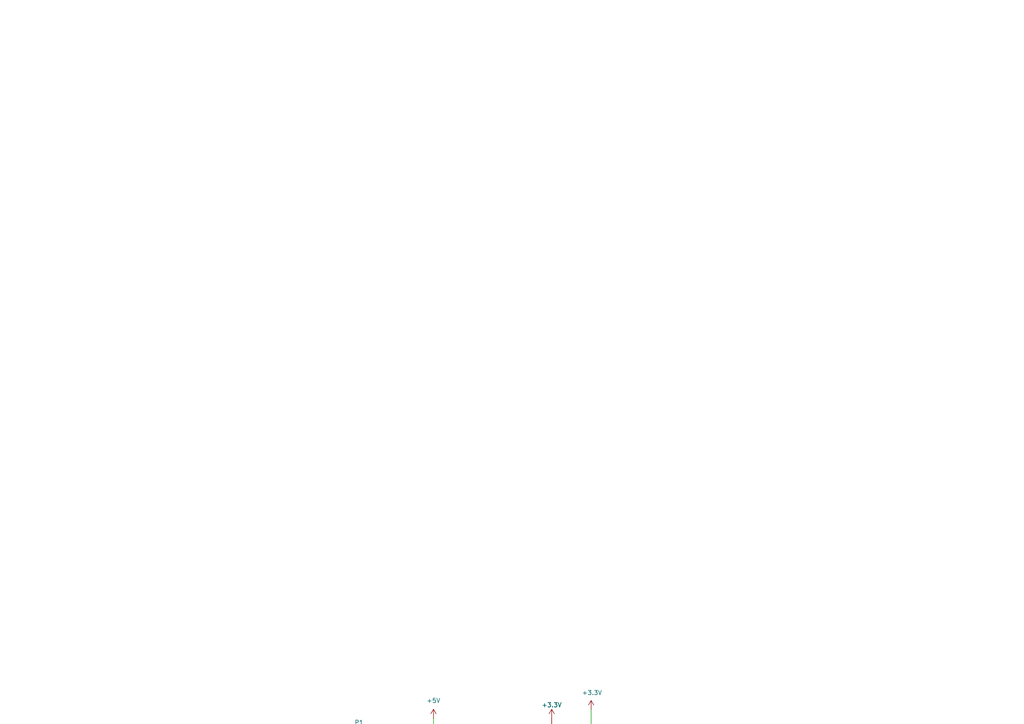
<source format=kicad_sch>
(kicad_sch (version 20241209) (generator "eeschema") (generator_version "9.0")
  (paper "A4")
  (lib_symbols
    (symbol "Library:+3.3V" (power) (pin_numbers (hide yes)) (pin_names (offset 0) (hide yes))
      (property "Value" "+3.3V" (at 0 3.556 0))
      (symbol "+3.3V_0_1"
        (polyline (pts (xy -0.762 1.27) (xy 0 2.54)))
        (polyline (pts (xy 0 2.54) (xy 0.762 1.27)))
        (polyline (pts (xy 0 0) (xy 0 2.54)))
      )
      (symbol "+3.3V_1_1"
        (pin power_in line (at 0 0 90) (length 0) (name "~") (number "1"))
      )
    )
    (symbol "Library:+5V" (power) (pin_numbers (hide yes)) (pin_names (offset 0) (hide yes))
      (property "Value" "+5V" (at 0 3.556 0))
      (symbol "+5V_0_1"
        (polyline (pts (xy -0.762 1.27) (xy 0 2.54)))
        (polyline (pts (xy 0 2.54) (xy 0.762 1.27)))
        (polyline (pts (xy 0 0) (xy 0 2.54)))
      )
      (symbol "+5V_1_1"
        (pin power_in line (at 0 0 90) (length 0) (name "~") (number "1"))
      )
    )
    (symbol "Library:C" (pin_numbers (hide yes)) (pin_names (offset 0.254))
      (property "Reference" "C" (at 0.635 2.54 0))
      (property "Value" "C" (at 0.635 -2.54 0))
      (symbol "C_0_1"
        (polyline (pts (xy -2.032 0.762) (xy 2.032 0.762)) (stroke (width 0.508)))
        (polyline (pts (xy -2.032 -0.762) (xy 2.032 -0.762)) (stroke (width 0.508)))
      )
      (symbol "C_1_1"
        (pin passive line (at 0 3.81 270) (length 2.794) (name "~") (number "1"))
        (pin passive line (at 0 -3.81 90) (length 2.794) (name "~") (number "2"))
      )
    )
    (symbol "Library:CH340C"
      (property "Reference" "U" (at -5.08 13.97 0))
      (property "Value" "CH340C" (at 1.27 13.97 0))
      (symbol "CH340C_0_1"
        (rectangle (start -7.62 12.7) (end 7.62 -12.7) (stroke (width 0.254)) (fill (type background)))
      )
      (symbol "CH340C_1_1"
        (pin input line (at -10.16 7.62 0) (length 2.54) (name "R232") (number "15"))
        (pin bidirectional line (at -10.16 2.54 0) (length 2.54) (name "UD+") (number "5"))
        (pin bidirectional line (at -10.16 0 0) (length 2.54) (name "UD-") (number "6"))
        (pin output line (at -10.16 -7.62 0) (length 2.54) (name "~{OUT}/~{DTR}") (number "8"))
        (pin no_connect line (at -7.62 -5.08 0) (length 2.54) (hide yes) (name "NC") (number "7"))
        (pin power_in line (at -2.54 15.24 270) (length 2.54) (name "VCC") (number "16"))
        (pin power_out line (at 0 15.24 270) (length 2.54) (name "V3") (number "4"))
        (pin power_in line (at 0 -15.24 90) (length 2.54) (name "GND") (number "1"))
        (pin output line (at 10.16 10.16 180) (length 2.54) (name "TXD") (number "2"))
        (pin input line (at 10.16 7.62 180) (length 2.54) (name "RXD") (number "3"))
        (pin input line (at 10.16 2.54 180) (length 2.54) (name "~{CTS}") (number "9"))
        (pin input line (at 10.16 0 180) (length 2.54) (name "~{DSR}") (number "10"))
        (pin input line (at 10.16 -2.54 180) (length 2.54) (name "~{RI}") (number "11"))
        (pin input line (at 10.16 -5.08 180) (length 2.54) (name "~{DCD}") (number "12"))
        (pin output line (at 10.16 -7.62 180) (length 2.54) (name "~{DTR}") (number "13"))
        (pin output line (at 10.16 -10.16 180) (length 2.54) (name "~{RTS}") (number "14"))
      )
    )
    (symbol "Library:GND" (power) (pin_numbers (hide yes)) (pin_names (offset 0) (hide yes))
      (property "Value" "GND" (at 0 -3.81 0))
      (symbol "GND_0_1"
        (polyline (pts (xy 0 0) (xy 0 -1.27) (xy 1.27 -1.27) (xy 0 -2.54) (xy -1.27 -1.27) (xy 0 -1.27)))
      )
      (symbol "GND_1_1"
        (pin power_in line (at 0 0 270) (length 0) (name "~") (number "1"))
      )
    )
    (symbol "Library:R" (pin_numbers (hide yes)) (pin_names (offset 0))
      (property "Reference" "R" (at 2.032 0 90))
      (property "Value" "R" (at 0 0 90))
      (symbol "R_0_1"
        (rectangle (start -1.016 -2.54) (end 1.016 2.54) (stroke (width 0.254)))
      )
      (symbol "R_1_1"
        (pin passive line (at 0 3.81 270) (length 1.27) (name "~") (number "1"))
        (pin passive line (at 0 -3.81 90) (length 1.27) (name "~") (number "2"))
      )
    )
    (symbol "Library:USB_C_Plug_USB2.0" (pin_names (offset 1.016))
      (property "Reference" "P" (at -10.16 19.05 0))
      (property "Value" "USB_C_Plug_USB2.0" (at 12.7 19.05 0))
      (symbol "USB_C_Plug_USB2.0_0_0"
        (rectangle (start -0.254 -17.78) (end 0.254 -16.764))
        (rectangle (start 10.16 15.494) (end 9.144 14.986))
        (rectangle (start 10.16 10.414) (end 9.144 9.906))
        (rectangle (start 10.16 7.874) (end 9.144 7.366))
        (rectangle (start 10.16 2.794) (end 9.144 2.286))
        (rectangle (start 10.16 -2.286) (end 9.144 -2.794))
      )
      (symbol "USB_C_Plug_USB2.0_0_1"
        (rectangle (start -10.16 17.78) (end 10.16 -17.78) (stroke (width 0.254)) (fill (type background)))
        (polyline (pts (xy -8.89 -3.81) (xy -8.89 3.81)) (stroke (width 0.508)))
        (rectangle (start -7.62 -3.81) (end -6.35 3.81) (stroke (width 0.254)) (fill (type outline)))
        (arc (start -7.62 3.81) (mid -6.985 4.4423) (end -6.35 3.81) (stroke (width 0.254)) (fill (type outline)))
        (arc (start -7.62 3.81) (mid -6.985 4.4423) (end -6.35 3.81) (stroke (width 0.254)))
        (arc (start -8.89 3.81) (mid -6.985 5.7067) (end -5.08 3.81) (stroke (width 0.508)))
        (arc (start -5.08 -3.81) (mid -6.985 -5.7067) (end -8.89 -3.81) (stroke (width 0.508)))
        (arc (start -6.35 -3.81) (mid -6.985 -4.4423) (end -7.62 -3.81) (stroke (width 0.254)) (fill (type outline)))
        (arc (start -6.35 -3.81) (mid -6.985 -4.4423) (end -7.62 -3.81) (stroke (width 0.254)))
        (polyline (pts (xy -5.08 3.81) (xy -5.08 -3.81)) (stroke (width 0.508)))
        (circle (center -2.54 1.143) (radius 0.635) (stroke (width 0.254)) (fill (type outline)))
        (polyline (pts (xy -1.27 4.318) (xy 0 6.858) (xy 1.27 4.318) (xy -1.27 4.318)) (stroke (width 0.254)) (fill (type outline)))
        (polyline (pts (xy 0 -2.032) (xy 2.54 0.508) (xy 2.54 1.778)) (stroke (width 0.508)))
        (polyline (pts (xy 0 -3.302) (xy -2.54 -0.762) (xy -2.54 0.508)) (stroke (width 0.508)))
        (circle (center 0 -5.842) (radius 1.27) (fill (type outline)))
        (polyline (pts (xy 0 -5.842) (xy 0 4.318)) (stroke (width 0.508)))
        (rectangle (start 1.905 1.778) (end 3.175 3.048) (stroke (width 0.254)) (fill (type outline)))
      )
      (symbol "USB_C_Plug_USB2.0_1_1"
        (pin passive line (at -7.62 -22.86 90) (length 5.08) (name "SHIELD") (number "S1"))
        (pin passive line (at 0 -22.86 90) (length 5.08) (name "GND") (number "A1"))
        (pin passive line (at 0 -22.86 90) (length 5.08) (hide yes) (name "GND") (number "A12"))
        (pin passive line (at 0 -22.86 90) (length 5.08) (hide yes) (name "GND") (number "B1"))
        (pin passive line (at 0 -22.86 90) (length 5.08) (hide yes) (name "GND") (number "B12"))
        (pin passive line (at 15.24 15.24 180) (length 5.08) (name "VBUS") (number "A4"))
        (pin passive line (at 15.24 15.24 180) (length 5.08) (hide yes) (name "VBUS") (number "A9"))
        (pin passive line (at 15.24 15.24 180) (length 5.08) (hide yes) (name "VBUS") (number "B4"))
        (pin passive line (at 15.24 15.24 180) (length 5.08) (hide yes) (name "VBUS") (number "B9"))
        (pin bidirectional line (at 15.24 10.16 180) (length 5.08) (name "CC") (number "A5"))
        (pin bidirectional line (at 15.24 7.62 180) (length 5.08) (name "VCONN") (number "B5"))
        (pin bidirectional line (at 15.24 2.54 180) (length 5.08) (name "D-") (number "A7"))
        (pin bidirectional line (at 15.24 -2.54 180) (length 5.08) (name "D+") (number "A6"))
      )
    )
  )
  (text "USB interface" (at 139.954 253.746 0) (effects (font (size 3.81 3.81))))
  (junction (at 104.14 262.89))
  (junction (at 171.45 217.17))
  (no_connect (at 181.61 241.3))
  (no_connect (at 181.61 233.68))
  (no_connect (at 161.29 228.6))
  (no_connect (at 181.61 243.84))
  (no_connect (at 161.29 243.84))
  (no_connect (at 181.61 238.76))
  (no_connect (at 181.61 236.22))
  (no_connect (at 181.61 246.38))
  (wire (pts (xy 129.54 228.6) (xy 129.54 236.22)))
  (wire (pts (xy 168.91 220.98) (xy 168.91 217.17)))
  (wire (pts (xy 104.14 254) (xy 104.14 262.89)))
  (wire (pts (xy 127 223.52) (xy 128.27 223.52)))
  (wire (pts (xy 168.91 217.17) (xy 171.45 217.17)))
  (wire (pts (xy 181.61 228.6) (xy 190.5 228.6)))
  (wire (pts (xy 119.38 215.9) (xy 125.73 215.9)))
  (wire (pts (xy 129.54 236.22) (xy 161.29 236.22)))
  (wire (pts (xy 125.73 208.28) (xy 125.73 215.9)))
  (wire (pts (xy 181.61 226.06) (xy 190.5 226.06)))
  (wire (pts (xy 171.45 205.74) (xy 171.45 217.17)))
  (wire (pts (xy 119.38 223.52) (xy 120.65 223.52)))
  (wire (pts (xy 171.45 251.46) (xy 171.45 260.35)))
  (wire (pts (xy 119.38 233.68) (xy 161.29 233.68)))
  (wire (pts (xy 104.14 262.89) (xy 113.03 262.89)))
  (wire (pts (xy 96.52 254) (xy 96.52 262.89)))
  (wire (pts (xy 127 220.98) (xy 128.27 220.98)))
  (wire (pts (xy 171.45 217.17) (xy 171.45 220.98)))
  (wire (pts (xy 119.38 228.6) (xy 129.54 228.6)))
  (wire (pts (xy 119.38 220.98) (xy 120.65 220.98)))
  (wire (pts (xy 96.52 262.89) (xy 104.14 262.89)))
  (label "PA12" (at 190.5 228.6 0))
  (label "PA11" (at 190.5 226.06 0))
  (symbol (lib_id "Library:GND") (at 113.03 262.89 0) (unit 1)
    (property "Reference" "#PWR062" (effects (hide yes)))
    (property "Value" "GND" (at 113.03 267.97 0))
    (property "Description" "Power symbol creates a global label with name \"GND\" , ground" (effects (hide yes)))
  )
  (symbol (lib_id "Library:CH340C") (at 171.45 236.22 0) (unit 1)
    (property "Reference" "U10" (at 173.6441 251.46 0) (effects (justify left)))
    (property "Value" "CH340C" (at 173.6441 254 0) (effects (justify left)))
    (property "Footprint" "Package_SO:SOIC-16_3.9x9.9mm_P1.27mm" (effects (hide yes)))
    (property "Datasheet" "https://datasheet.lcsc.com/szlcsc/Jiangsu-Qin-Heng-CH340C_C84681.pdf" (effects (hide yes)))
    (property "Description" "USB serial converter, UART, SOIC-16" (effects (hide yes)))
  )
  (symbol (lib_id "Library:+3.3V") (at 171.45 205.74 0) (mirror y) (unit 1)
    (property "Reference" "#PWR031" (effects (hide yes)))
    (property "Value" "+3.3V" (at 171.704 200.914 0))
  )
  (symbol (lib_id "Library:GND") (at 160.02 215.9 0) (unit 1)
    (property "Reference" "#PWR033" (effects (hide yes)))
    (property "Value" "GND" (at 160.02 220.98 0))
  )
  (symbol (lib_id "Library:R") (at 124.46 220.98 90) (unit 1)
    (property "Reference" "R9" (at 123.19 220.98 90) (effects (font (size 0.762 0.762))))
    (property "Value" "5.1K" (at 125.73 220.98 90) (effects (font (size 0.762 0.762))))
    (property "Footprint" "Resistor_SMD:R_0603_1608Metric" (effects (hide yes)))
  )
  (symbol (lib_id "Library:USB_C_Plug_USB2.0") (at 104.14 231.14 0) (unit 1)
    (property "Reference" "P1" (at 104.14 209.55 0))
    (property "Value" "USB_C_Plug_USB2.0" (at 104.14 212.09 0))
    (property "Footprint" "Connector_USB:USB_C_Receptacle_GCT_USB4105-xx-A_16P_TopMnt_Horizontal" (effects (hide yes)))
    (property "Datasheet" "https://www.usb.org/sites/default/files/documents/usb_type-c.zip" (effects (hide yes)))
  )
  (symbol (lib_id "Library:+5V") (at 125.73 208.28 0) (unit 1)
    (property "Reference" "#PWR059" (effects (hide yes)))
    (property "Value" "+5V" (at 125.73 203.2 0))
    (property "Description" "Power symbol creates a global label with name \"+5V\"" (effects (hide yes)))
  )
  (symbol (lib_id "Library:+3.3V") (at 160.02 208.28 0) (mirror y) (unit 1)
    (property "Reference" "#PWR032" (effects (hide yes)))
    (property "Value" "+3.3V" (at 160.02 204.47 0))
  )
  (symbol (lib_id "Library:GND") (at 171.45 260.35 0) (unit 1)
    (property "Reference" "#PWR075" (effects (hide yes)))
    (property "Value" "GND" (at 171.45 265.43 0))
    (property "Description" "Power symbol creates a global label with name \"GND\" , ground" (effects (hide yes)))
  )
  (symbol (lib_id "Library:GND") (at 127 220.98 90) (unit 1)
    (property "Reference" "#PWR029" (effects (hide yes)))
    (property "Value" "GND" (at 130.81 220.98 90) (effects (justify right)))
  )
  (symbol (lib_id "Library:GND") (at 127 223.52 90) (unit 1)
    (property "Reference" "#PWR030" (effects (hide yes)))
    (property "Value" "GND" (at 130.81 223.52 90) (effects (justify right)))
  )
  (symbol (lib_id "Library:R") (at 124.46 223.52 90) (unit 1)
    (property "Reference" "R13" (at 123.19 223.52 90) (effects (font (size 0.762 0.762))))
    (property "Value" "5.1K" (at 125.73 223.52 90) (effects (font (size 0.762 0.762))))
    (property "Footprint" "Resistor_SMD:R_0603_1608Metric" (effects (hide yes)))
  )
  (symbol (lib_id "Library:C") (at 160.02 212.09 180) (unit 1)
    (property "Reference" "C3" (at 161.29 214.63 90) (effects (font (size 0.762 0.762))))
    (property "Value" "0.1uF" (at 158.75 214.63 90) (effects (font (size 0.762 0.762))))
    (property "Footprint" "Capacitor_SMD:C_0603_1608Metric" (effects (hide yes)))
  )
)
</source>
